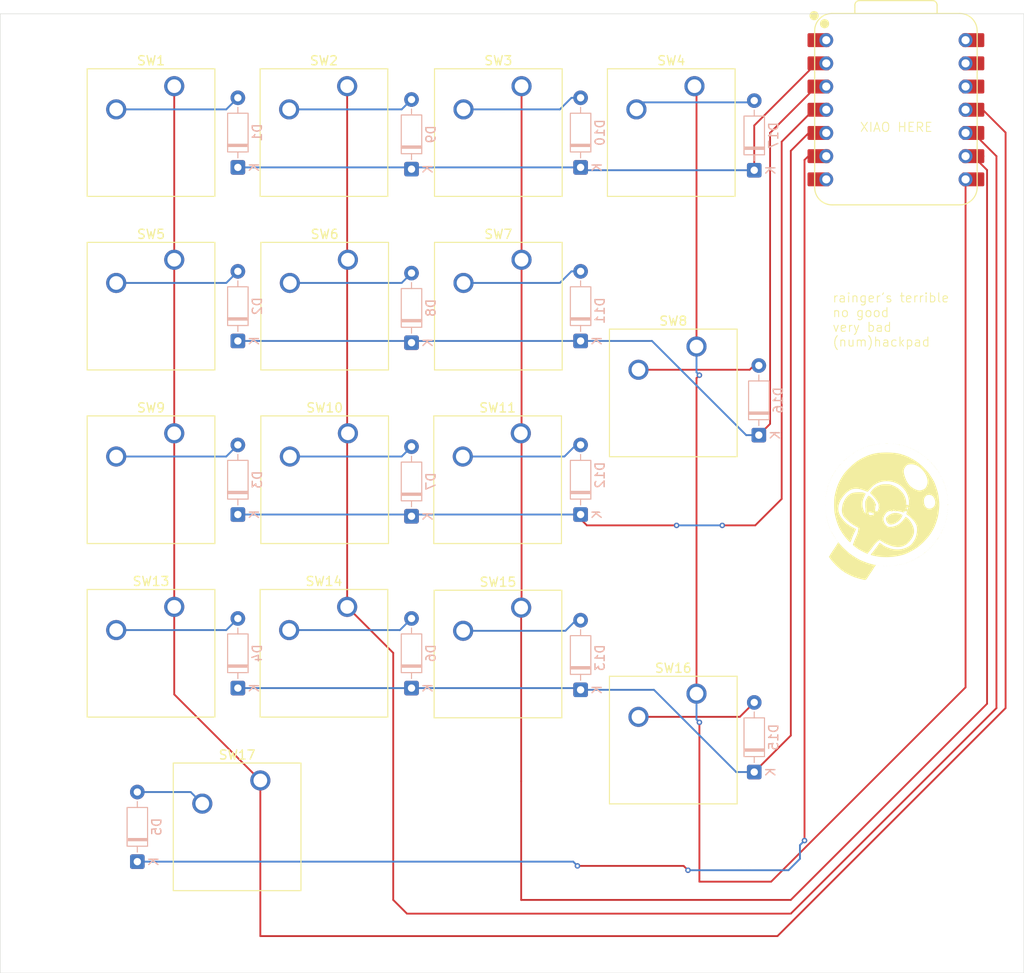
<source format=kicad_pcb>
(kicad_pcb (version 20241229) (generator "pcbnew") (generator_version "9.0")
  (layers (0 "F.Cu" signal) (2 "B.Cu" signal) (13 "F.Paste" user) (15 "B.Paste" user) (5 "F.SilkS" user "F.Silkscreen") (7 "B.SilkS" user "B.Silkscreen") (1 "F.Mask" user) (3 "B.Mask" user) (25 "Edge.Cuts" user))
  (net 0 "")
  (net 1 "Net-(D1-A)")
  (net 2 "Net-(D1-K)")
  (net 3 "Net-(D11-K)")
  (net 4 "Net-(D2-A)")
  (net 5 "Net-(D3-A)")
  (net 6 "Net-(D12-K)")
  (net 7 "Net-(D13-K)")
  (net 8 "Net-(D4-A)")
  (net 9 "Net-(D5-A)")
  (net 10 "Net-(D6-A)")
  (net 11 "Net-(D7-A)")
  (net 12 "Net-(D8-A)")
  (net 13 "Net-(D9-A)")
  (net 14 "Net-(D10-A)")
  (net 15 "Net-(D11-A)")
  (net 16 "Net-(D12-A)")
  (net 17 "Net-(D13-A)")
  (net 18 "Net-(D15-A)")
  (net 19 "Net-(D16-A)")
  (net 20 "Net-(U1-GPIO3{slash}MOSI)")
  (net 21 "Net-(U1-GPIO4{slash}MISO)")
  (net 22 "Net-(U1-GPIO2{slash}SCK)")
  (net 23 "Net-(U1-GPIO1{slash}RX)")
  (net 24 "GND")
  (net 26 "+5V")
  (net 29 "Net-(D17-A)")
  (net 30 "Net-(D5-K)")
  (footprint "hackpad:SW_Cherry_MX_1.00u_PCB" (layer "F.Cu") (at 157.04 46.92)
    (property "Reference" "SW6" (at -2.54 -2.794 0) (layer "F.SilkS"))
    (property "Value" "SW_Push_45deg")
    (pad "" np_thru_hole circle (at -7.62 5.08) (size 1.7 1.7) (drill 1.7) (layers "*.Cu" "*.Mask"))
    (pad "" np_thru_hole circle (at -2.54 5.08) (size 4 4) (drill 4) (layers "*.Cu" "*.Mask"))
    (pad "" np_thru_hole circle (at 2.54 5.08) (size 1.7 1.7) (drill 1.7) (layers "*.Cu" "*.Mask"))
    (pad "1" thru_hole circle (at 0 0) (size 2.2 2.2) (drill 1.5) (layers "*.Cu" "*.Mask") (net 21 "Net-(U1-GPIO4{slash}MISO)"))
    (pad "2" thru_hole circle (at -6.35 2.54) (size 2.2 2.2) (drill 1.5) (layers "*.Cu" "*.Mask") (net 12 "Net-(D8-A)"))
  )
  (footprint "hackpad:SW_Cherry_MX_2.00u_Vertical_PCB" (layer "F.Cu") (at 195.1825 56.42)
    (property "Reference" "SW8" (at -2.54 -2.794 0) (layer "F.SilkS"))
    (property "Value" "SW_Push_45deg")
    (pad "" np_thru_hole circle (at -9.54 -6.82) (size 3.05 3.05) (drill 3.05) (layers "*.Cu" "*.Mask"))
    (pad "" np_thru_hole circle (at -9.54 16.98) (size 3.05 3.05) (drill 3.05) (layers "*.Cu" "*.Mask"))
    (pad "" np_thru_hole circle (at -7.62 5.08) (size 1.7 1.7) (drill 1.7) (layers "*.Cu" "*.Mask"))
    (pad "" np_thru_hole circle (at -2.54 5.08) (size 4 4) (drill 4) (layers "*.Cu" "*.Mask"))
    (pad "" np_thru_hole circle (at 2.54 5.08) (size 1.7 1.7) (drill 1.7) (layers "*.Cu" "*.Mask"))
    (pad "" np_thru_hole circle (at 5.7 -6.82) (size 4 4) (drill 4) (layers "*.Cu" "*.Mask"))
    (pad "" np_thru_hole circle (at 5.7 16.98) (size 4 4) (drill 4) (layers "*.Cu" "*.Mask"))
    (pad "1" thru_hole circle (at 0 0) (size 2.2 2.2) (drill 1.5) (layers "*.Cu" "*.Mask") (net 23 "Net-(U1-GPIO1{slash}RX)"))
    (pad "2" thru_hole circle (at -6.35 2.54) (size 2.2 2.2) (drill 1.5) (layers "*.Cu" "*.Mask") (net 19 "Net-(D16-A)"))
  )
  (footprint "hackpad:SW_Cherry_MX_1.00u_PCB" (layer "F.Cu") (at 138.04 65.92)
    (property "Reference" "SW9" (at -2.54 -2.794 0) (layer "F.SilkS"))
    (property "Value" "SW_Push_45deg")
    (pad "" np_thru_hole circle (at -7.62 5.08) (size 1.7 1.7) (drill 1.7) (layers "*.Cu" "*.Mask"))
    (pad "" np_thru_hole circle (at -2.54 5.08) (size 4 4) (drill 4) (layers "*.Cu" "*.Mask"))
    (pad "" np_thru_hole circle (at 2.54 5.08) (size 1.7 1.7) (drill 1.7) (layers "*.Cu" "*.Mask"))
    (pad "1" thru_hole circle (at 0 0) (size 2.2 2.2) (drill 1.5) (layers "*.Cu" "*.Mask") (net 20 "Net-(U1-GPIO3{slash}MOSI)"))
    (pad "2" thru_hole circle (at -6.35 2.54) (size 2.2 2.2) (drill 1.5) (layers "*.Cu" "*.Mask") (net 5 "Net-(D3-A)"))
  )
  (footprint "hackpad:SW_Cherry_MX_1.00u_PCB" (layer "F.Cu") (at 157.04 65.92)
    (property "Reference" "SW10" (at -2.54 -2.794 0) (layer "F.SilkS"))
    (property "Value" "SW_Push_45deg")
    (pad "" np_thru_hole circle (at -7.62 5.08) (size 1.7 1.7) (drill 1.7) (layers "*.Cu" "*.Mask"))
    (pad "" np_thru_hole circle (at -2.54 5.08) (size 4 4) (drill 4) (layers "*.Cu" "*.Mask"))
    (pad "" np_thru_hole circle (at 2.54 5.08) (size 1.7 1.7) (drill 1.7) (layers "*.Cu" "*.Mask"))
    (pad "1" thru_hole circle (at 0 0) (size 2.2 2.2) (drill 1.5) (layers "*.Cu" "*.Mask") (net 21 "Net-(U1-GPIO4{slash}MISO)"))
    (pad "2" thru_hole circle (at -6.35 2.54) (size 2.2 2.2) (drill 1.5) (layers "*.Cu" "*.Mask") (net 11 "Net-(D7-A)"))
  )
  (footprint "LOGO" (layer "F.Cu") (at 216 74.5)
    (property "Reference" "G***" (at 0 0 0) (layer "F.SilkS") (effects (font (size 1.5 1.5) (thickness 0.3))))
    (property "Value" "LOGO" (hide yes))
  )
  (footprint "hackpad:SW_Cherry_MX_2.00u_PCB" (layer "F.Cu") (at 147.46 103.92)
    (property "Reference" "SW17" (at -2.54 -2.794 0) (layer "F.SilkS"))
    (property "Value" "SW_Push_45deg")
    (pad "" np_thru_hole circle (at -14.44 -1.92) (size 3.05 3.05) (drill 3.05) (layers "*.Cu" "*.Mask"))
    (pad "" np_thru_hole circle (at -14.44 13.32) (size 4 4) (drill 4) (layers "*.Cu" "*.Mask"))
    (pad "" np_thru_hole circle (at -7.62 5.08) (size 1.7 1.7) (drill 1.7) (layers "*.Cu" "*.Mask"))
    (pad "" np_thru_hole circle (at -2.54 5.08) (size 4 4) (drill 4) (layers "*.Cu" "*.Mask"))
    (pad "" np_thru_hole circle (at 2.54 5.08) (size 1.7 1.7) (drill 1.7) (layers "*.Cu" "*.Mask"))
    (pad "" np_thru_hole circle (at 9.36 -1.92) (size 3.05 3.05) (drill 3.05) (layers "*.Cu" "*.Mask"))
    (pad "" np_thru_hole circle (at 9.36 13.32) (size 4 4) (drill 4) (layers "*.Cu" "*.Mask"))
    (pad "1" thru_hole circle (at 0 0) (size 2.2 2.2) (drill 1.5) (layers "*.Cu" "*.Mask") (net 20 "Net-(U1-GPIO3{slash}MOSI)"))
    (pad "2" thru_hole circle (at -6.35 2.54) (size 2.2 2.2) (drill 1.5) (layers "*.Cu" "*.Mask") (net 9 "Net-(D5-A)"))
  )
  (footprint "MountingHole:MountingHole_3.2mm_M3" (layer "F.Cu") (at 224.5 120)
    (property "Reference" "REF**" (hide yes))
    (property "Value" "MountingHole_3.2mm_M3" (hide yes))
    (pad "" np_thru_hole circle (at 0 0) (size 3.2 3.2) (drill 3.2) (layers "*.Cu" "*.Mask"))
  )
  (footprint "hackpad:SW_Cherry_MX_1.00u_PCB" (layer "F.Cu") (at 156.96 84.92)
    (property "Reference" "SW14" (at -2.54 -2.794 0) (layer "F.SilkS"))
    (property "Value" "SW_Push_45deg")
    (pad "" np_thru_hole circle (at -7.62 5.08) (size 1.7 1.7) (drill 1.7) (layers "*.Cu" "*.Mask"))
    (pad "" np_thru_hole circle (at -2.54 5.08) (size 4 4) (drill 4) (layers "*.Cu" "*.Mask"))
    (pad "" np_thru_hole circle (at 2.54 5.08) (size 1.7 1.7) (drill 1.7) (layers "*.Cu" "*.Mask"))
    (pad "1" thru_hole circle (at 0 0) (size 2.2 2.2) (drill 1.5) (layers "*.Cu" "*.Mask") (net 21 "Net-(U1-GPIO4{slash}MISO)"))
    (pad "2" thru_hole circle (at -6.35 2.54) (size 2.2 2.2) (drill 1.5) (layers "*.Cu" "*.Mask") (net 10 "Net-(D6-A)"))
  )
  (footprint "hackpad:SW_Cherry_MX_1.00u_PCB" (layer "F.Cu") (at 138.04 46.92)
    (property "Reference" "SW5" (at -2.54 -2.794 0) (layer "F.SilkS"))
    (property "Value" "SW_Push_45deg")
    (pad "" np_thru_hole circle (at -7.62 5.08) (size 1.7 1.7) (drill 1.7) (layers "*.Cu" "*.Mask"))
    (pad "" np_thru_hole circle (at -2.54 5.08) (size 4 4) (drill 4) (layers "*.Cu" "*.Mask"))
    (pad "" np_thru_hole circle (at 2.54 5.08) (size 1.7 1.7) (drill 1.7) (layers "*.Cu" "*.Mask"))
    (pad "1" thru_hole circle (at 0 0) (size 2.2 2.2) (drill 1.5) (layers "*.Cu" "*.Mask") (net 20 "Net-(U1-GPIO3{slash}MOSI)"))
    (pad "2" thru_hole circle (at -6.35 2.54) (size 2.2 2.2) (drill 1.5) (layers "*.Cu" "*.Mask") (net 4 "Net-(D2-A)"))
  )
  (footprint "hackpad:SW_Cherry_MX_1.00u_PCB" (layer "F.Cu") (at 138.04 27.92)
    (property "Reference" "SW1" (at -2.54 -2.794 0) (layer "F.SilkS"))
    (property "Value" "SW_Push_45deg")
    (pad "" np_thru_hole circle (at -7.62 5.08) (size 1.7 1.7) (drill 1.7) (layers "*.Cu" "*.Mask"))
    (pad "" np_thru_hole circle (at -2.54 5.08) (size 4 4) (drill 4) (layers "*.Cu" "*.Mask"))
    (pad "" np_thru_hole circle (at 2.54 5.08) (size 1.7 1.7) (drill 1.7) (layers "*.Cu" "*.Mask"))
    (pad "1" thru_hole circle (at 0 0) (size 2.2 2.2) (drill 1.5) (layers "*.Cu" "*.Mask") (net 20 "Net-(U1-GPIO3{slash}MOSI)"))
    (pad "2" thru_hole circle (at -6.35 2.54) (size 2.2 2.2) (drill 1.5) (layers "*.Cu" "*.Mask") (net 1 "Net-(D1-A)"))
  )
  (footprint "MountingHole:MountingHole_3.2mm_M3" (layer "F.Cu") (at 125.5 119.5)
    (property "Reference" "REF**" (hide yes))
    (property "Value" "MountingHole_3.2mm_M3" (hide yes))
    (pad "" np_thru_hole circle (at 0 0) (size 3.2 3.2) (drill 3.2) (layers "*.Cu" "*.Mask"))
  )
  (footprint "hackpad:SW_Cherry_MX_1.00u_PCB" (layer "F.Cu") (at 176.04 27.92)
    (property "Reference" "SW3" (at -2.54 -2.794 0) (layer "F.SilkS"))
    (property "Value" "SW_Push_45deg")
    (pad "" np_thru_hole circle (at -7.62 5.08) (size 1.7 1.7) (drill 1.7) (layers "*.Cu" "*.Mask"))
    (pad "" np_thru_hole circle (at -2.54 5.08) (size 4 4) (drill 4) (layers "*.Cu" "*.Mask"))
    (pad "" np_thru_hole circle (at 2.54 5.08) (size 1.7 1.7) (drill 1.7) (layers "*.Cu" "*.Mask"))
    (pad "1" thru_hole circle (at 0 0) (size 2.2 2.2) (drill 1.5) (layers "*.Cu" "*.Mask") (net 22 "Net-(U1-GPIO2{slash}SCK)"))
    (pad "2" thru_hole circle (at -6.35 2.54) (size 2.2 2.2) (drill 1.5) (layers "*.Cu" "*.Mask") (net 14 "Net-(D10-A)"))
  )
  (footprint "hackpad:SW_Cherry_MX_1.00u_PCB" (layer "F.Cu") (at 175.96 65.92)
    (property "Reference" "SW11" (at -2.54 -2.794 0) (layer "F.SilkS"))
    (property "Value" "SW_Push_45deg")
    (pad "" np_thru_hole circle (at -7.62 5.08) (size 1.7 1.7) (drill 1.7) (layers "*.Cu" "*.Mask"))
    (pad "" np_thru_hole circle (at -2.54 5.08) (size 4 4) (drill 4) (layers "*.Cu" "*.Mask"))
    (pad "" np_thru_hole circle (at 2.54 5.08) (size 1.7 1.7) (drill 1.7) (layers "*.Cu" "*.Mask"))
    (pad "1" thru_hole circle (at 0 0) (size 2.2 2.2) (drill 1.5) (layers "*.Cu" "*.Mask") (net 22 "Net-(U1-GPIO2{slash}SCK)"))
    (pad "2" thru_hole circle (at -6.35 2.54) (size 2.2 2.2) (drill 1.5) (layers "*.Cu" "*.Mask") (net 16 "Net-(D12-A)"))
  )
  (footprint "hackpad:SW_Cherry_MX_1.00u_PCB" (layer "F.Cu") (at 176.04 46.92)
    (property "Reference" "SW7" (at -2.54 -2.794 0) (layer "F.SilkS"))
    (property "Value" "SW_Push_45deg")
    (pad "" np_thru_hole circle (at -7.62 5.08) (size 1.7 1.7) (drill 1.7) (layers "*.Cu" "*.Mask"))
    (pad "" np_thru_hole circle (at -2.54 5.08) (size 4 4) (drill 4) (layers "*.Cu" "*.Mask"))
    (pad "" np_thru_hole circle (at 2.54 5.08) (size 1.7 1.7) (drill 1.7) (layers "*.Cu" "*.Mask"))
    (pad "1" thru_hole circle (at 0 0) (size 2.2 2.2) (drill 1.5) (layers "*.Cu" "*.Mask") (net 22 "Net-(U1-GPIO2{slash}SCK)"))
    (pad "2" thru_hole circle (at -6.35 2.54) (size 2.2 2.2) (drill 1.5) (layers "*.Cu" "*.Mask") (net 15 "Net-(D11-A)"))
  )
  (footprint "hackpad:XIAO-RP2040-DIP" (layer "F.Cu") (at 217 30.5)
    (property "Reference" "U1" (hide yes))
    (property "Value" "XIAO-RP2040-DIP")
    (pad "1" smd roundrect (at -8.455 -7.62 180) (size 2.432 1.524) (layers "F.Cu" "F.Mask") (roundrect_rratio 0.1))
    (pad "1" thru_hole circle (at -7.62 -7.62 180) (size 1.524 1.524) (drill 0.889) (layers "*.Cu" "*.Mask"))
    (pad "2" smd roundrect (at -8.455 -5.08 180) (size 2.432 1.524) (layers "F.Cu" "F.Mask") (roundrect_rratio 0.1) (net 2 "Net-(D1-K)"))
    (pad "2" thru_hole circle (at -7.62 -5.08 180) (size 1.524 1.524) (drill 0.889) (layers "*.Cu" "*.Mask") (net 2 "Net-(D1-K)"))
    (pad "3" smd roundrect (at -8.455 -2.54 180) (size 2.432 1.524) (layers "F.Cu" "F.Mask") (roundrect_rratio 0.1) (net 3 "Net-(D11-K)"))
    (pad "3" thru_hole circle (at -7.62 -2.54 180) (size 1.524 1.524) (drill 0.889) (layers "*.Cu" "*.Mask") (net 3 "Net-(D11-K)"))
    (pad "4" smd roundrect (at -8.455 0 180) (size 2.432 1.524) (layers "F.Cu" "F.Mask") (roundrect_rratio 0.1) (net 6 "Net-(D12-K)"))
    (pad "4" thru_hole circle (at -7.62 0 180) (size 1.524 1.524) (drill 0.889) (layers "*.Cu" "*.Mask") (net 6 "Net-(D12-K)"))
    (pad "5" smd roundrect (at -8.455 2.54 180) (size 2.432 1.524) (layers "F.Cu" "F.Mask") (roundrect_rratio 0.1) (net 7 "Net-(D13-K)"))
    (pad "5" thru_hole circle (at -7.62 2.54 180) (size 1.524 1.524) (drill 0.889) (layers "*.Cu" "*.Mask") (net 7 "Net-(D13-K)"))
    (pad "6" smd roundrect (at -8.455 5.08 180) (size 2.432 1.524) (layers "F.Cu" "F.Mask") (roundrect_rratio 0.1) (net 30 "Net-(D5-K)"))
    (pad "6" thru_hole circle (at -7.62 5.08 180) (size 1.524 1.524) (drill 0.889) (layers "*.Cu" "*.Mask") (net 30 "Net-(D5-K)"))
    (pad "7" smd roundrect (at -8.455 7.62 180) (size 2.432 1.524) (layers "F.Cu" "F.Mask") (roundrect_rratio 0.1))
    (pad "7" thru_hole circle (at -7.62 7.62 180) (size 1.524 1.524) (drill 0.889) (layers "*.Cu" "*.Mask"))
    (pad "8" thru_hole circle (at 7.62 7.62) (size 1.524 1.524) (drill 0.889) (layers "*.Cu" "*.Mask") (net 23 "Net-(U1-GPIO1{slash}RX)"))
    (pad "8" smd roundrect (at 8.455 7.62) (size 2.432 1.524) (layers "F.Cu" "F.Mask") (roundrect_rratio 0.1) (net 23 "Net-(U1-GPIO1{slash}RX)"))
    (pad "9" thru_hole circle (at 7.62 5.08) (size 1.524 1.524) (drill 0.889) (layers "*.Cu" "*.Mask") (net 22 "Net-(U1-GPIO2{slash}SCK)"))
    (pad "9" smd roundrect (at 8.455 5.08) (size 2.432 1.524) (layers "F.Cu" "F.Mask") (roundrect_rratio 0.1) (net 22 "Net-(U1-GPIO2{slash}SCK)"))
    (pad "10" thru_hole circle (at 7.62 2.54) (size 1.524 1.524) (drill 0.889) (layers "*.Cu" "*.Mask") (net 21 "Net-(U1-GPIO4{slash}MISO)"))
    (pad "10" smd roundrect (at 8.455 2.54) (size 2.432 1.524) (layers "F.Cu" "F.Mask") (roundrect_rratio 0.1) (net 21 "Net-(U1-GPIO4{slash}MISO)"))
    (pad "11" thru_hole circle (at 7.62 0) (size 1.524 1.524) (drill 0.889) (layers "*.Cu" "*.Mask") (net 20 "Net-(U1-GPIO3{slash}MOSI)"))
    (pad "11" smd roundrect (at 8.455 0) (size 2.432 1.524) (layers "F.Cu" "F.Mask") (roundrect_rratio 0.1) (net 20 "Net-(U1-GPIO3{slash}MOSI)"))
    (pad "12" thru_hole circle (at 7.62 -2.54) (size 1.524 1.524) (drill 0.889) (layers "*.Cu" "*.Mask"))
    (pad "12" smd roundrect (at 8.455 -2.54) (size 2.432 1.524) (layers "F.Cu" "F.Mask") (roundrect_rratio 0.1))
    (pad "13" thru_hole circle (at 7.62 -5.08) (size 1.524 1.524) (drill 0.889) (layers "*.Cu" "*.Mask") (net 24 "GND"))
    (pad "13" smd roundrect (at 8.455 -5.08) (size 2.432 1.524) (layers "F.Cu" "F.Mask") (roundrect_rratio 0.1) (net 24 "GND"))
    (pad "14" thru_hole circle (at 7.62 -7.62) (size 1.524 1.524) (drill 0.889) (layers "*.Cu" "*.Mask") (net 26 "+5V"))
    (pad "14" smd roundrect (at 8.455 -7.62) (size 2.432 1.524) (layers "F.Cu" "F.Mask") (roundrect_rratio 0.1) (net 26 "+5V"))
  )
  (footprint "hackpad:SW_Cherry_MX_1.00u_PCB" (layer "F.Cu") (at 156.96 27.92)
    (property "Reference" "SW2" (at -2.54 -2.794 0) (layer "F.SilkS"))
    (property "Value" "SW_Push_45deg")
    (pad "" np_thru_hole circle (at -7.62 5.08) (size 1.7 1.7) (drill 1.7) (layers "*.Cu" "*.Mask"))
    (pad "" np_thru_hole circle (at -2.54 5.08) (size 4 4) (drill 4) (layers "*.Cu" "*.Mask"))
    (pad "" np_thru_hole circle (at 2.54 5.08) (size 1.7 1.7) (drill 1.7) (layers "*.Cu" "*.Mask"))
    (pad "1" thru_hole circle (at 0 0) (size 2.2 2.2) (drill 1.5) (layers "*.Cu" "*.Mask") (net 21 "Net-(U1-GPIO4{slash}MISO)"))
    (pad "2" thru_hole circle (at -6.35 2.54) (size 2.2 2.2) (drill 1.5) (layers "*.Cu" "*.Mask") (net 13 "Net-(D9-A)"))
  )
  (footprint "hackpad:SW_Cherry_MX_1.00u_PCB" (layer "F.Cu") (at 194.96 27.92)
    (property "Reference" "SW4" (at -2.54 -2.794 0) (layer "F.SilkS"))
    (property "Value" "SW_Push_45deg")
    (pad "" np_thru_hole circle (at -7.62 5.08) (size 1.7 1.7) (drill 1.7) (layers "*.Cu" "*.Mask"))
    (pad "" np_thru_hole circle (at -2.54 5.08) (size 4 4) (drill 4) (layers "*.Cu" "*.Mask"))
    (pad "" np_thru_hole circle (at 2.54 5.08) (size 1.7 1.7) (drill 1.7) (layers "*.Cu" "*.Mask"))
    (pad "1" thru_hole circle (at 0 0) (size 2.2 2.2) (drill 1.5) (layers "*.Cu" "*.Mask") (net 23 "Net-(U1-GPIO1{slash}RX)"))
    (pad "2" thru_hole circle (at -6.35 2.54) (size 2.2 2.2) (drill 1.5) (layers "*.Cu" "*.Mask") (net 29 "Net-(D17-A)"))
  )
  (footprint "hackpad:SW_Cherry_MX_1.00u_PCB" (layer "F.Cu") (at 176 85)
    (property "Reference" "SW15" (at -2.54 -2.794 0) (layer "F.SilkS"))
    (property "Value" "SW_Push_45deg")
    (pad "" np_thru_hole circle (at -7.62 5.08) (size 1.7 1.7) (drill 1.7) (layers "*.Cu" "*.Mask"))
    (pad "" np_thru_hole circle (at -2.54 5.08) (size 4 4) (drill 4) (layers "*.Cu" "*.Mask"))
    (pad "" np_thru_hole circle (at 2.54 5.08) (size 1.7 1.7) (drill 1.7) (layers "*.Cu" "*.Mask"))
    (pad "1" thru_hole circle (at 0 0) (size 2.2 2.2) (drill 1.5) (layers "*.Cu" "*.Mask") (net 22 "Net-(U1-GPIO2{slash}SCK)"))
    (pad "2" thru_hole circle (at -6.35 2.54) (size 2.2 2.2) (drill 1.5) (layers "*.Cu" "*.Mask") (net 17 "Net-(D13-A)"))
  )
  (footprint "hackpad:SW_Cherry_MX_2.00u_Vertical_PCB" (layer "F.Cu") (at 195.1825 94.42)
    (property "Reference" "SW16" (at -2.54 -2.794 0) (layer "F.SilkS"))
    (property "Value" "SW_Push_45deg")
    (pad "" np_thru_hole circle (at -9.54 -6.82) (size 3.05 3.05) (drill 3.05) (layers "*.Cu" "*.Mask"))
    (pad "" np_thru_hole circle (at -9.54 16.98) (size 3.05 3.05) (drill 3.05) (layers "*.Cu" "*.Mask"))
    (pad "" np_thru_hole circle (at -7.62 5.08) (size 1.7 1.7) (drill 1.7) (layers "*.Cu" "*.Mask"))
    (pad "" np_thru_hole circle (at -2.54 5.08) (size 4 4) (drill 4) (layers "*.Cu" "*.Mask"))
    (pad "" np_thru_hole circle (at 2.54 5.08) (size 1.7 1.7) (drill 1.7) (layers "*.Cu" "*.Mask"))
    (pad "" np_thru_hole circle (at 5.7 -6.82) (size 4 4) (drill 4) (layers "*.Cu" "*.Mask"))
    (pad "" np_thru_hole circle (at 5.7 16.98) (size 4 4) (drill 4) (layers "*.Cu" "*.Mask"))
    (pad "1" thru_hole circle (at 0 0) (size 2.2 2.2) (drill 1.5) (layers "*.Cu" "*.Mask") (net 23 "Net-(U1-GPIO1{slash}RX)"))
    (pad "2" thru_hole circle (at -6.35 2.54) (size 2.2 2.2) (drill 1.5) (layers "*.Cu" "*.Mask") (net 18 "Net-(D15-A)"))
  )
  (footprint "MountingHole:MountingHole_3.2mm_M3" (layer "F.Cu") (at 216 61.5)
    (property "Reference" "REF**" (hide yes))
    (property "Value" "MountingHole_3.2mm_M3" (hide yes))
    (pad "" np_thru_hole circle (at 0 0) (size 3.2 3.2) (drill 3.2) (layers "*.Cu" "*.Mask"))
  )
  (footprint "hackpad:SW_Cherry_MX_1.00u_PCB" (layer "F.Cu") (at 138.04 84.92)
    (property "Reference" "SW13" (at -2.54 -2.794 0) (layer "F.SilkS"))
    (property "Value" "SW_Push_45deg")
    (pad "" np_thru_hole circle (at -7.62 5.08) (size 1.7 1.7) (drill 1.7) (layers "*.Cu" "*.Mask"))
    (pad "" np_thru_hole circle (at -2.54 5.08) (size 4 4) (drill 4) (layers "*.Cu" "*.Mask"))
    (pad "" np_thru_hole circle (at 2.54 5.08) (size 1.7 1.7) (drill 1.7) (layers "*.Cu" "*.Mask"))
    (pad "1" thru_hole circle (at 0 0) (size 2.2 2.2) (drill 1.5) (layers "*.Cu" "*.Mask") (net 20 "Net-(U1-GPIO3{slash}MOSI)"))
    (pad "2" thru_hole circle (at -6.35 2.54) (size 2.2 2.2) (drill 1.5) (layers "*.Cu" "*.Mask") (net 8 "Net-(D4-A)"))
  )
  (footprint "MountingHole:MountingHole_3.2mm_M3" (layer "F.Cu") (at 123.5 43)
    (property "Reference" "REF**" (hide yes))
    (property "Value" "MountingHole_3.2mm_M3" (hide yes))
    (pad "" np_thru_hole circle (at 0 0) (size 3.2 3.2) (drill 3.2) (layers "*.Cu" "*.Mask"))
  )
  (footprint "Diode_THT:D_DO-35_SOD27_P7.62mm_Horizontal" (layer "B.Cu") (at 202 66.12 90)
    (property "Reference" "D16" (at 3.81 2.12 90) (layer "B.SilkS") (effects (justify mirror)))
    (property "Value" "D")
    (fp_text user "K" (at 0 1.8 90) (layer "B.SilkS") (effects (justify mirror)))
    (pad "1" thru_hole roundrect (at 0 0 90) (size 1.6 1.6) (drill 0.8) (layers "*.Cu" "*.Mask") (roundrect_rratio 0.15625) (net 3 "Net-(D11-K)"))
    (pad "2" thru_hole circle (at 7.62 0 90) (size 1.6 1.6) (drill 0.8) (layers "*.Cu" "*.Mask") (net 19 "Net-(D16-A)"))
  )
  (footprint "Diode_THT:D_DO-35_SOD27_P7.62mm_Horizontal" (layer "B.Cu") (at 145 55.81 90)
    (property "Reference" "D2" (at 3.81 2.12 90) (layer "B.SilkS") (effects (justify mirror)))
    (property "Value" "D")
    (fp_text user "K" (at 0 1.8 90) (layer "B.SilkS") (effects (justify mirror)))
    (pad "1" thru_hole roundrect (at 0 0 90) (size 1.6 1.6) (drill 0.8) (layers "*.Cu" "*.Mask") (roundrect_rratio 0.15625) (net 3 "Net-(D11-K)"))
    (pad "2" thru_hole circle (at 7.62 0 90) (size 1.6 1.6) (drill 0.8) (layers "*.Cu" "*.Mask") (net 4 "Net-(D2-A)"))
  )
  (footprint "Diode_THT:D_DO-35_SOD27_P7.62mm_Horizontal" (layer "B.Cu") (at 145 36.81 90)
    (property "Reference" "D1" (at 3.81 2.12 90) (layer "B.SilkS") (effects (justify mirror)))
    (property "Value" "D")
    (fp_text user "K" (at 0 1.8 90) (layer "B.SilkS") (effects (justify mirror)))
    (pad "1" thru_hole roundrect (at 0 0 90) (size 1.6 1.6) (drill 0.8) (layers "*.Cu" "*.Mask") (roundrect_rratio 0.15625) (net 2 "Net-(D1-K)"))
    (pad "2" thru_hole circle (at 7.62 0 90) (size 1.6 1.6) (drill 0.8) (layers "*.Cu" "*.Mask") (net 1 "Net-(D1-A)"))
  )
  (footprint "Diode_THT:D_DO-35_SOD27_P7.62mm_Horizontal" (layer "B.Cu") (at 182.5 74.81 90)
    (property "Reference" "D12" (at 4.31 2.12 90) (layer "B.SilkS") (effects (justify mirror)))
    (property "Value" "D")
    (fp_text user "K" (at 0 1.8 90) (layer "B.SilkS") (effects (justify mirror)))
    (pad "1" thru_hole roundrect (at 0 0 90) (size 1.6 1.6) (drill 0.8) (layers "*.Cu" "*.Mask") (roundrect_rratio 0.15625) (net 6 "Net-(D12-K)"))
    (pad "2" thru_hole circle (at 7.62 0 90) (size 1.6 1.6) (drill 0.8) (layers "*.Cu" "*.Mask") (net 16 "Net-(D12-A)"))
  )
  (footprint "Diode_THT:D_DO-35_SOD27_P7.62mm_Horizontal" (layer "B.Cu") (at 182.5 94 90)
    (property "Reference" "D13" (at 3.5 2.12 90) (layer "B.SilkS") (effects (justify mirror)))
    (property "Value" "D")
    (fp_text user "K" (at 0 1.8 90) (layer "B.SilkS") (effects (justify mirror)))
    (pad "1" thru_hole roundrect (at 0 0 90) (size 1.6 1.6) (drill 0.8) (layers "*.Cu" "*.Mask") (roundrect_rratio 0.15625) (net 7 "Net-(D13-K)"))
    (pad "2" thru_hole circle (at 7.62 0 90) (size 1.6 1.6) (drill 0.8) (layers "*.Cu" "*.Mask") (net 17 "Net-(D13-A)"))
  )
  (footprint "Diode_THT:D_DO-35_SOD27_P7.62mm_Horizontal" (layer "B.Cu") (at 164 37 90)
    (property "Reference" "D9" (at 3.81 2.12 90) (layer "B.SilkS") (effects (justify mirror)))
    (property "Value" "D")
    (fp_text user "K" (at 0 1.8 90) (layer "B.SilkS") (effects (justify mirror)))
    (pad "1" thru_hole roundrect (at 0 0 90) (size 1.6 1.6) (drill 0.8) (layers "*.Cu" "*.Mask") (roundrect_rratio 0.15625) (net 2 "Net-(D1-K)"))
    (pad "2" thru_hole circle (at 7.62 0 90) (size 1.6 1.6) (drill 0.8) (layers "*.Cu" "*.Mask") (net 13 "Net-(D9-A)"))
  )
  (footprint "Diode_THT:D_DO-35_SOD27_P7.62mm_Horizontal" (layer "B.Cu") (at 145 74.81 90)
    (property "Reference" "D3" (at 3.81 2.12 90) (layer "B.SilkS") (effects (justify mirror)))
    (property "Value" "D")
    (fp_text user "K" (at 0 1.8 90) (layer "B.SilkS") (effects (justify mirror)))
    (pad "1" thru_hole roundrect (at 0 0 90) (size 1.6 1.6) (drill 0.8) (layers "*.Cu" "*.Mask") (roundrect_rratio 0.15625) (net 6 "Net-(D12-K)"))
    (pad "2" thru_hole circle (at 7.62 0 90) (size 1.6 1.6) (drill 0.8) (layers "*.Cu" "*.Mask") (net 5 "Net-(D3-A)"))
  )
  (footprint "Diode_THT:D_DO-35_SOD27_P7.62mm_Horizontal" (layer "B.Cu") (at 134 112.81 90)
    (property "Reference" "D5" (at 3.81 2.12 90) (layer "B.SilkS") (effects (justify mirror)))
    (property "Value" "D")
    (fp_text user "K" (at 0 1.8 90) (layer "B.SilkS") (effects (justify mirror)))
    (pad "1" thru_hole roundrect (at 0 0 90) (size 1.6 1.6) (drill 0.8) (layers "*.Cu" "*.Mask") (roundrect_rratio 0.15625) (net 30 "Net-(D5-K)"))
    (pad "2" thru_hole circle (at 7.62 0 90) (size 1.6 1.6) (drill 0.8) (layers "*.Cu" "*.Mask") (net 9 "Net-(D5-A)"))
  )
  (footprint "Diode_THT:D_DO-35_SOD27_P7.62mm_Horizontal" (layer "B.Cu") (at 164 93.81 90)
    (property "Reference" "D6" (at 3.81 2.12 90) (layer "B.SilkS") (effects (justify mirror)))
    (property "Value" "D")
    (fp_text user "K" (at 0 1.8 90) (layer "B.SilkS") (effects (justify mirror)))
    (pad "1" thru_hole roundrect (at 0 0 90) (size 1.6 1.6) (drill 0.8) (layers "*.Cu" "*.Mask") (roundrect_rratio 0.15625) (net 7 "Net-(D13-K)"))
    (pad "2" thru_hole circle (at 7.62 0 90) (size 1.6 1.6) (drill 0.8) (layers "*.Cu" "*.Mask") (net 10 "Net-(D6-A)"))
  )
  (footprint "Diode_THT:D_DO-35_SOD27_P7.62mm_Horizontal" (layer "B.Cu") (at 201.5 103 90)
    (property "Reference" "D15" (at 3.81 2.12 90) (layer "B.SilkS") (effects (justify mirror)))
    (property "Value" "D")
    (fp_text user "K" (at 0 1.8 90) (layer "B.SilkS") (effects (justify mirror)))
    (pad "1" thru_hole roundrect (at 0 0 90) (size 1.6 1.6) (drill 0.8) (layers "*.Cu" "*.Mask") (roundrect_rratio 0.15625) (net 7 "Net-(D13-K)"))
    (pad "2" thru_hole circle (at 7.62 0 90) (size 1.6 1.6) (drill 0.8) (layers "*.Cu" "*.Mask") (net 18 "Net-(D15-A)"))
  )
  (footprint "Diode_THT:D_DO-35_SOD27_P7.62mm_Horizontal" (layer "B.Cu") (at 182.5 36.81 90)
    (property "Reference" "D10" (at 3.81 2.12 90) (layer "B.SilkS") (effects (justify mirror)))
    (property "Value" "D")
    (fp_text user "K" (at 0 1.8 90) (layer "B.SilkS") (effects (justify mirror)))
    (pad "1" thru_hole roundrect (at 0 0 90) (size 1.6 1.6) (drill 0.8) (layers "*.Cu" "*.Mask") (roundrect_rratio 0.15625) (net 2 "Net-(D1-K)"))
    (pad "2" thru_hole circle (at 7.62 0 90) (size 1.6 1.6) (drill 0.8) (layers "*.Cu" "*.Mask") (net 14 "Net-(D10-A)"))
  )
  (footprint "Diode_THT:D_DO-35_SOD27_P7.62mm_Horizontal" (layer "B.Cu") (at 182.5 55.81 90)
    (property "Reference" "D11" (at 3.31 2.12 90) (layer "B.SilkS") (effects (justify mirror)))
    (property "Value" "D")
    (fp_text user "K" (at 0 1.8 90) (layer "B.SilkS") (effects (justify mirror)))
    (pad "1" thru_hole roundrect (at 0 0 90) (size 1.6 1.6) (drill 0.8) (layers "*.Cu" "*.Mask") (roundrect_rratio 0.15625) (net 3 "Net-(D11-K)"))
    (pad "2" thru_hole circle (at 7.62 0 90) (size 1.6 1.6) (drill 0.8) (layers "*.Cu" "*.Mask") (net 15 "Net-(D11-A)"))
  )
  (footprint "Diode_THT:D_DO-35_SOD27_P7.62mm_Horizontal" (layer "B.Cu") (at 201.5 37.12 90)
    (property "Reference" "D17" (at 3.81 2.12 90) (layer "B.SilkS") (effects (justify mirror)))
    (property "Value" "D")
    (fp_text user "K" (at 0 1.8 90) (layer "B.SilkS") (effects (justify mirror)))
    (pad "1" thru_hole roundrect (at 0 0 90) (size 1.6 1.6) (drill 0.8) (layers "*.Cu" "*.Mask") (roundrect_rratio 0.15625) (net 2 "Net-(D1-K)"))
    (pad "2" thru_hole circle (at 7.62 0 90) (size 1.6 1.6) (drill 0.8) (layers "*.Cu" "*.Mask") (net 29 "Net-(D17-A)"))
  )
  (footprint "Diode_THT:D_DO-35_SOD27_P7.62mm_Horizontal" (layer "B.Cu") (at 164 56 90)
    (property "Reference" "D8" (at 3.81 2.12 90) (layer "B.SilkS") (effects (justify mirror)))
    (property "Value" "D")
    (fp_text user "K" (at 0 1.8 90) (layer "B.SilkS") (effects (justify mirror)))
    (pad "1" thru_hole roundrect (at 0 0 90) (size 1.6 1.6) (drill 0.8) (layers "*.Cu" "*.Mask") (roundrect_rratio 0.15625) (net 3 "Net-(D11-K)"))
    (pad "2" thru_hole circle (at 7.62 0 90) (size 1.6 1.6) (drill 0.8) (layers "*.Cu" "*.Mask") (net 12 "Net-(D8-A)"))
  )
  (footprint "Diode_THT:D_DO-35_SOD27_P7.62mm_Horizontal" (layer "B.Cu") (at 164 75 90)
    (property "Reference" "D7" (at 3.81 2.12 90) (layer "B.SilkS") (effects (justify mirror)))
    (property "Value" "D")
    (fp_text user "K" (at 0 1.8 90) (layer "B.SilkS") (effects (justify mirror)))
    (pad "1" thru_hole roundrect (at 0 0 90) (size 1.6 1.6) (drill 0.8) (layers "*.Cu" "*.Mask") (roundrect_rratio 0.15625) (net 6 "Net-(D12-K)"))
    (pad "2" thru_hole circle (at 7.62 0 90) (size 1.6 1.6) (drill 0.8) (layers "*.Cu" "*.Mask") (net 11 "Net-(D7-A)"))
  )
  (footprint "Diode_THT:D_DO-35_SOD27_P7.62mm_Horizontal" (layer "B.Cu") (at 145 93.81 90)
    (property "Reference" "D4" (at 3.81 2.12 90) (layer "B.SilkS") (effects (justify mirror)))
    (property "Value" "D")
    (fp_text user "K" (at 0 1.8 90) (layer "B.SilkS") (effects (justify mirror)))
    (pad "1" thru_hole roundrect (at 0 0 90) (size 1.6 1.6) (drill 0.8) (layers "*.Cu" "*.Mask") (roundrect_rratio 0.15625) (net 7 "Net-(D13-K)"))
    (pad "2" thru_hole circle (at 7.62 0 90) (size 1.6 1.6) (drill 0.8) (layers "*.Cu" "*.Mask") (net 8 "Net-(D4-A)"))
  )
  (gr_rect (start 119 20) (end 231 125) (stroke (width 0.05)) (fill no) (layer "Edge.Cuts"))
  (gr_text "XIAO HERE" (at 213 33 0) (layer "F.SilkS") (effects (font (size 1 1) (thickness 0.1)) (justify left bottom)))
  (gr_text "rainger's terrible \nno good \nvery bad\n(num)hackpad" (at 210 56.5 0) (layer "F.SilkS") (effects (font (size 1 1) (thickness 0.1)) (justify left bottom)))
  (segment (start 131.69 30.46) (end 143.73 30.46) (width 0.2) (layer "B.Cu") (net 1))
  (segment (start 143.73 30.46) (end 145 29.19) (width 0.2) (layer "B.Cu") (net 1))
  (segment (start 201.5 37.12) (end 201.5 32.22237) (width 0.2) (layer "F.Cu") (net 2))
  (segment (start 201.5 32.22237) (end 208.30237 25.42) (width 0.2) (layer "F.Cu") (net 2))
  (segment (start 208.30237 25.42) (end 209.38 25.42) (width 0.2) (layer "F.Cu") (net 2))
  (segment (start 182.62 37.12) (end 201 37.12) (width 0.2) (layer "B.Cu") (net 2))
  (segment (start 182.31 36.81) (end 182.62 37.12) (width 0.2) (layer "B.Cu") (net 2))
  (segment (start 145 37) (end 145.19 36.81) (width 0.2) (layer "B.Cu") (net 2))
  (segment (start 181.5 36.81) (end 182.31 36.81) (width 0.2) (layer "B.Cu") (net 2))
  (segment (start 145 36.81) (end 145 37) (width 0.2) (layer "B.Cu") (net 2))
  (segment (start 145.19 36.81) (end 181.5 36.81) (width 0.2) (layer "B.Cu") (net 2))
  (segment (start 208.30237 27.96) (end 209.38 27.96) (width 0.2) (layer "F.Cu") (net 3))
  (segment (start 203.2335 64.8865) (end 203.2335 33.02887) (width 0.2) (layer "F.Cu") (net 3))
  (segment (start 202 66.12) (end 203.2335 64.8865) (width 0.2) (layer "F.Cu") (net 3))
  (segment (start 203.2335 33.02887) (end 208.30237 27.96) (width 0.2) (layer "F.Cu") (net 3))
  (segment (start 200.62 66.12) (end 202 66.12) (width 0.2) (layer "B.Cu") (net 3))
  (segment (start 145 55.5) (end 145.31 55.81) (width 0.2) (layer "B.Cu") (net 3))
  (segment (start 190.31 55.81) (end 200.62 66.12) (width 0.2) (layer "B.Cu") (net 3))
  (segment (start 181.5 55.81) (end 190.31 55.81) (width 0.2) (layer "B.Cu") (net 3))
  (segment (start 145 55.81) (end 145 55.5) (width 0.2) (layer "B.Cu") (net 3))
  (segment (start 145.31 55.81) (end 181.5 55.81) (width 0.2) (layer "B.Cu") (net 3))
  (segment (start 131.69 49.46) (end 143.73 49.46) (width 0.2) (layer "B.Cu") (net 4))
  (segment (start 143.73 49.46) (end 145 48.19) (width 0.2) (layer "B.Cu") (net 4))
  (segment (start 143.73 68.46) (end 145 67.19) (width 0.2) (layer "B.Cu") (net 5))
  (segment (start 131.69 68.46) (end 143.73 68.46) (width 0.2) (layer "B.Cu") (net 5))
  (segment (start 201.607316 76) (end 204.5 73.107316) (width 0.2) (layer "F.Cu") (net 6))
  (segment (start 208.545 30.5) (end 209.38 30.5) (width 0.2) (layer "F.Cu") (net 6))
  (segment (start 182 74.81) (end 183.19 76) (width 0.2) (layer "F.Cu") (net 6))
  (segment (start 183.19 76) (end 193 76) (width 0.2) (layer "F.Cu") (net 6))
  (segment (start 208 30.5) (end 209.38 30.5) (width 0.2) (layer "F.Cu") (net 6))
  (segment (start 198 76) (end 201.607316 76) (width 0.2) (layer "F.Cu") (net 6))
  (segment (start 204.5 73.107316) (end 204.5 34) (width 0.2) (layer "F.Cu") (net 6))
  (segment (start 204.5 34) (end 208 30.5) (width 0.2) (layer "F.Cu") (net 6))
  (via (at 193 76) (size 0.6) (drill 0.3) (layers "F.Cu" "B.Cu") (net 6))
  (via (at 198 76) (size 0.6) (drill 0.3) (layers "F.Cu" "B.Cu") (net 6))
  (segment (start 193 76) (end 198 76) (width 0.2) (layer "B.Cu") (net 6))
  (segment (start 145 75) (end 145.19 74.81) (width 0.2) (layer "B.Cu") (net 6))
  (segment (start 145.19 74.81) (end 182 74.81) (width 0.2) (layer "B.Cu") (net 6))
  (segment (start 145 74.81) (end 145 75) (width 0.2) (layer "B.Cu") (net 6))
  (segment (start 205.5 99) (end 205.5 35) (width 0.2) (layer "F.Cu") (net 7))
  (segment (start 207.46 33.04) (end 209.38 33.04) (width 0.2) (layer "F.Cu") (net 7))
  (segment (start 205.5 35) (end 207.46 33.04) (width 0.2) (layer "F.Cu") (net 7))
  (segment (start 201.5 103) (end 205.5 99) (width 0.2) (layer "F.Cu") (net 7))
  (segment (start 199.52403 103) (end 201.5 103) (width 0.2) (layer "B.Cu") (net 7))
  (segment (start 181.81 93.81) (end 182 94) (width 0.2) (layer "B.Cu") (net 7))
  (segment (start 190.52403 94) (end 199.52403 103) (width 0.2) (layer "B.Cu") (net 7))
  (segment (start 145 93.81) (end 181.81 93.81) (width 0.2) (layer "B.Cu") (net 7))
  (segment (start 182 94) (end 190.52403 94) (width 0.2) (layer "B.Cu") (net 7))
  (segment (start 143.73 87.46) (end 145 86.19) (width 0.2) (layer "B.Cu") (net 8))
  (segment (start 131.69 87.46) (end 143.73 87.46) (width 0.2) (layer "B.Cu") (net 8))
  (segment (start 134 105.19) (end 139.84 105.19) (width 0.2) (layer "B.Cu") (net 9))
  (segment (start 139.84 105.19) (end 141.11 106.46) (width 0.2) (layer "B.Cu") (net 9))
  (segment (start 150.61 87.46) (end 162.73 87.46) (width 0.2) (layer "B.Cu") (net 10))
  (segment (start 162.73 87.46) (end 164 86.19) (width 0.2) (layer "B.Cu") (net 10))
  (segment (start 150.69 68.46) (end 162.92 68.46) (width 0.2) (layer "B.Cu") (net 11))
  (segment (start 162.92 68.46) (end 164 67.38) (width 0.2) (layer "B.Cu") (net 11))
  (segment (start 150.69 49.46) (end 162.92 49.46) (width 0.2) (layer "B.Cu") (net 12))
  (segment (start 162.92 49.46) (end 164 48.38) (width 0.2) (layer "B.Cu") (net 12))
  (segment (start 150.61 30.46) (end 162.92 30.46) (width 0.2) (layer "B.Cu") (net 13))
  (segment (start 162.92 30.46) (end 164 29.38) (width 0.2) (layer "B.Cu") (net 13))
  (segment (start 180.23 30.46) (end 181.5 29.19) (width 0.2) (layer "B.Cu") (net 14))
  (segment (start 181.5 29.19) (end 182.5 29.19) (width 0.2) (layer "B.Cu") (net 14))
  (segment (start 169.69 30.46) (end 180.23 30.46) (width 0.2) (layer "B.Cu") (net 14))
  (segment (start 180.23 49.46) (end 181.5 48.19) (width 0.2) (layer "B.Cu") (net 15))
  (segment (start 181.5 48.19) (end 182.5 48.19) (width 0.2) (layer "B.Cu") (net 15))
  (segment (start 169.69 49.46) (end 180.23 49.46) (width 0.2) (layer "B.Cu") (net 15))
  (segment (start 180.73 68.46) (end 182 67.19) (width 0.2) (layer "B.Cu") (net 16))
  (segment (start 169.61 68.46) (end 180.73 68.46) (width 0.2) (layer "B.Cu") (net 16))
  (segment (start 180.84 87.54) (end 169.65 87.54) (width 0.2) (layer "B.Cu") (net 17))
  (segment (start 182.5 86.38) (end 182 86.38) (width 0.2) (layer "B.Cu") (net 17))
  (segment (start 182 86.38) (end 180.84 87.54) (width 0.2) (layer "B.Cu") (net 17))
  (segment (start 188.8325 96.96) (end 199.92 96.96) (width 0.2) (layer "F.Cu") (net 18))
  (segment (start 199.92 96.96) (end 201.5 95.38) (width 0.2) (layer "F.Cu") (net 18))
  (segment (start 202 58.5) (end 201.46 58.5) (width 0.2) (layer "F.Cu") (net 19))
  (segment (start 188.8325 58.96) (end 201 58.96) (width 0.2) (layer "F.Cu") (net 19))
  (segment (start 201.46 58.5) (end 201 58.96) (width 0.2) (layer "F.Cu") (net 19))
  (segment (start 138.04 94.5) (end 138.04 84.92) (width 0.2) (layer "F.Cu") (net 20))
  (segment (start 204.04 120.96) (end 229 96) (width 0.2) (layer "F.Cu") (net 20))
  (segment (start 229 33) (end 226.5 30.5) (width 0.2) (layer "F.Cu") (net 20))
  (segment (start 229 96) (end 229 33) (width 0.2) (layer "F.Cu") (net 20))
  (segment (start 147.46 103.92) (end 147.46 120.96) (width 0.2) (layer "F.Cu") (net 20))
  (segment (start 138.04 27.92) (end 138.04 84.92) (width 0.2) (layer "F.Cu") (net 20))
  (segment (start 226.5 30.5) (end 224.62 30.5) (width 0.2) (layer "F.Cu") (net 20))
  (segment (start 147.46 120.96) (end 204.04 120.96) (width 0.2) (layer "F.Cu") (net 20))
  (segment (start 226.54 30.5) (end 225.165 30.5) (width 0.2) (layer "F.Cu") (net 20))
  (segment (start 147.46 103.92) (end 138.04 94.5) (width 0.2) (layer "F.Cu") (net 20))
  (segment (start 156.96 84.92) (end 162 89.96) (width 0.2) (layer "F.Cu") (net 21))
  (segment (start 162 89.96) (end 162 117) (width 0.2) (layer "F.Cu") (net 21))
  (segment (start 225.69763 33.04) (end 224.62 33.04) (width 0.2) (layer "F.Cu") (net 21))
  (segment (start 228 96) (end 228 35.585) (width 0.2) (layer "F.Cu") (net 21))
  (segment (start 228 35.585) (end 225.455 33.04) (width 0.2) (layer "F.Cu") (net 21))
  (segment (start 163.5 118.5) (end 205.5 118.5) (width 0.2) (layer "F.Cu") (net 21))
  (segment (start 156.96 27.92) (end 156.96 84.92) (width 0.2) (layer "F.Cu") (net 21))
  (segment (start 162 117) (end 163.5 118.5) (width 0.2) (layer "F.Cu") (net 21))
  (segment (start 205.5 118.5) (end 228 96) (width 0.2) (layer "F.Cu") (net 21))
  (segment (start 176 104) (end 176 117) (width 0.2) (layer "F.Cu") (net 22))
  (segment (start 225.455 35.58) (end 224.62 35.58) (width 0.2) (layer "F.Cu") (net 22))
  (segment (start 176 85) (end 176 104) (width 0.2) (layer "F.Cu") (net 22))
  (segment (start 226.58 35.58) (end 224.62 35.58) (width 0.2) (layer "F.Cu") (net 22))
  (segment (start 176 117) (end 205.5 117) (width 0.2) (layer "F.Cu") (net 22))
  (segment (start 176.04 27.92) (end 176.04 84.96) (width 0.2) (layer "F.Cu") (net 22))
  (segment (start 176.04 84.96) (end 176 85) (width 0.2) (layer "F.Cu") (net 22))
  (segment (start 226.972 37.097) (end 225.455 35.58) (width 0.2) (layer "F.Cu") (net 22))
  (segment (start 205.5 117) (end 226.972 95.528) (width 0.2) (layer "F.Cu") (net 22))
  (segment (start 226.972 95.528) (end 226.972 37.097) (width 0.2) (layer "F.Cu") (net 22))
  (segment (start 195.5 59.56) (end 195.1825 59.8775) (width 0.2) (layer "F.Cu") (net 23))
  (segment (start 194.96 27.92) (end 195.1825 28.1425) (width 0.2) (layer "F.Cu") (net 23))
  (segment (start 195.1825 28.1425) (end 195.1825 56.42) (width 0.2) (layer "F.Cu") (net 23))
  (segment (start 195.5 97.56) (end 195.5 115) (width 0.2) (layer "F.Cu") (net 23))
  (segment (start 195.1825 59.8775) (end 195.1825 94.42) (width 0.2) (layer "F.Cu") (net 23))
  (segment (start 224.62 93.729943) (end 224.62 38.12) (width 0.2) (layer "F.Cu") (net 23))
  (segment (start 195.5 115) (end 203.349943 115) (width 0.2) (layer "F.Cu") (net 23))
  (segment (start 203.349943 115) (end 224.62 93.729943) (width 0.2) (layer "F.Cu") (net 23))
  (via (at 195.5 97.56) (size 0.6) (drill 0.3) (layers "F.Cu" "B.Cu") (net 23))
  (via (at 195.5 59.56) (size 0.6) (drill 0.3) (layers "F.Cu" "B.Cu") (net 23))
  (segment (start 195.1825 59.2425) (end 195.5 59.56) (width 0.2) (layer "B.Cu") (net 23))
  (segment (start 195.1825 97.2425) (end 195.5 97.56) (width 0.2) (layer "B.Cu") (net 23))
  (segment (start 195.1825 94.42) (end 195.1825 97.2425) (width 0.2) (layer "B.Cu") (net 23))
  (segment (start 195.1825 56.42) (end 195.1825 59.2425) (width 0.2) (layer "B.Cu") (net 23))
  (segment (start 201.31 29.69) (end 201.5 29.5) (width 0.2) (layer "B.Cu") (net 29))
  (segment (start 188.61 30.46) (end 188.54 30.46) (width 0.2) (layer "B.Cu") (net 29))
  (segment (start 188.54 30.46) (end 189.31 29.69) (width 0.2) (layer "B.Cu") (net 29))
  (segment (start 189.31 29.69) (end 201.31 29.69) (width 0.2) (layer "B.Cu") (net 29))
  (segment (start 207 36) (end 207.42 35.58) (width 0.2) (layer "F.Cu") (net 30))
  (segment (start 207 110.5) (end 207 36) (width 0.2) (layer "F.Cu") (net 30))
  (segment (start 208.58 36) (end 209 35.58) (width 0.2) (layer "F.Cu") (net 30))
  (segment (start 193.776 113.276) (end 194.251 113.751) (width 0.2) (layer "F.Cu") (net 30))
  (segment (start 207.42 35.58) (end 209.38 35.58) (width 0.2) (layer "F.Cu") (net 30))
  (segment (start 182.156 113.276) (end 193.776 113.276) (width 0.2) (layer "F.Cu") (net 30))
  (via (at 207 110.5) (size 0.6) (drill 0.3) (layers "F.Cu" "B.Cu") (net 30))
  (via (at 182.156 113.276) (size 0.6) (drill 0.3) (layers "F.Cu" "B.Cu") (net 30))
  (via (at 194.251 113.751) (size 0.6) (drill 0.3) (layers "F.Cu" "B.Cu") (net 30))
  (segment (start 194.251 113.751) (end 205.249 113.751) (width 0.2) (layer "B.Cu") (net 30))
  (segment (start 134 112.81) (end 181.69 112.81) (width 0.2) (layer "B.Cu") (net 30))
  (segment (start 206.5 111) (end 207 110.5) (width 0.2) (layer "B.Cu") (net 30))
  (segment (start 206.5 112.5) (end 206.5 111) (width 0.2) (layer "B.Cu") (net 30))
  (segment (start 181.69 112.81) (end 182.156 113.276) (width 0.2) (layer "B.Cu") (net 30))
  (segment (start 205.249 113.751) (end 206.5 112.5) (width 0.2) (layer "B.Cu") (net 30))
)
</source>
